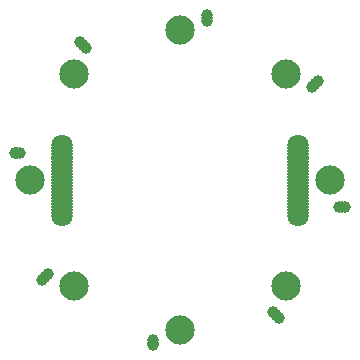
<source format=gbl>
G75*
%MOIN*%
%OFA0B0*%
%FSLAX25Y25*%
%IPPOS*%
%LPD*%
%AMOC8*
5,1,8,0,0,1.08239X$1,22.5*
%
%ADD10C,0.07087*%
%ADD11C,0.09744*%
%ADD12C,0.03962*%
D10*
X0020798Y0048357D03*
X0020798Y0049341D03*
X0020798Y0050326D03*
X0020798Y0051310D03*
X0020798Y0052294D03*
X0020798Y0053278D03*
X0020798Y0054263D03*
X0020798Y0055247D03*
X0020798Y0056231D03*
X0020798Y0057215D03*
X0020798Y0058200D03*
X0020798Y0059184D03*
X0020798Y0060168D03*
X0020798Y0061152D03*
X0020798Y0062137D03*
X0020798Y0063121D03*
X0020798Y0064105D03*
X0020798Y0065089D03*
X0020798Y0066074D03*
X0020798Y0067058D03*
X0020798Y0068042D03*
X0020798Y0069026D03*
X0020798Y0070011D03*
X0020798Y0070995D03*
X0020798Y0071979D03*
X0099538Y0071979D03*
X0099538Y0070995D03*
X0099538Y0070011D03*
X0099538Y0069026D03*
X0099538Y0068042D03*
X0099538Y0067058D03*
X0099538Y0066074D03*
X0099538Y0065089D03*
X0099538Y0064105D03*
X0099538Y0063121D03*
X0099538Y0062137D03*
X0099538Y0061152D03*
X0099538Y0060168D03*
X0099538Y0059184D03*
X0099538Y0058200D03*
X0099538Y0057215D03*
X0099538Y0056231D03*
X0099538Y0055247D03*
X0099538Y0054263D03*
X0099538Y0053278D03*
X0099538Y0052294D03*
X0099538Y0051310D03*
X0099538Y0050326D03*
X0099538Y0049341D03*
X0099538Y0048357D03*
D11*
X0024814Y0024814D03*
X0010168Y0060168D03*
X0024814Y0095522D03*
X0060168Y0110168D03*
X0095522Y0095522D03*
X0110168Y0060168D03*
X0095522Y0024814D03*
X0060168Y0010168D03*
D12*
X0051113Y0007019D03*
X0051113Y0006034D03*
X0051113Y0005050D03*
X0016183Y0028989D03*
X0015198Y0028004D03*
X0014214Y0027020D03*
X0007019Y0069223D03*
X0006034Y0069223D03*
X0005050Y0069223D03*
X0028989Y0104153D03*
X0028004Y0105138D03*
X0027020Y0106122D03*
X0069223Y0113318D03*
X0069223Y0114302D03*
X0069223Y0115286D03*
X0104153Y0091348D03*
X0105138Y0092332D03*
X0106122Y0093316D03*
X0113318Y0051113D03*
X0114302Y0051113D03*
X0115286Y0051113D03*
X0091348Y0016183D03*
X0092332Y0015198D03*
X0093316Y0014214D03*
M02*

</source>
